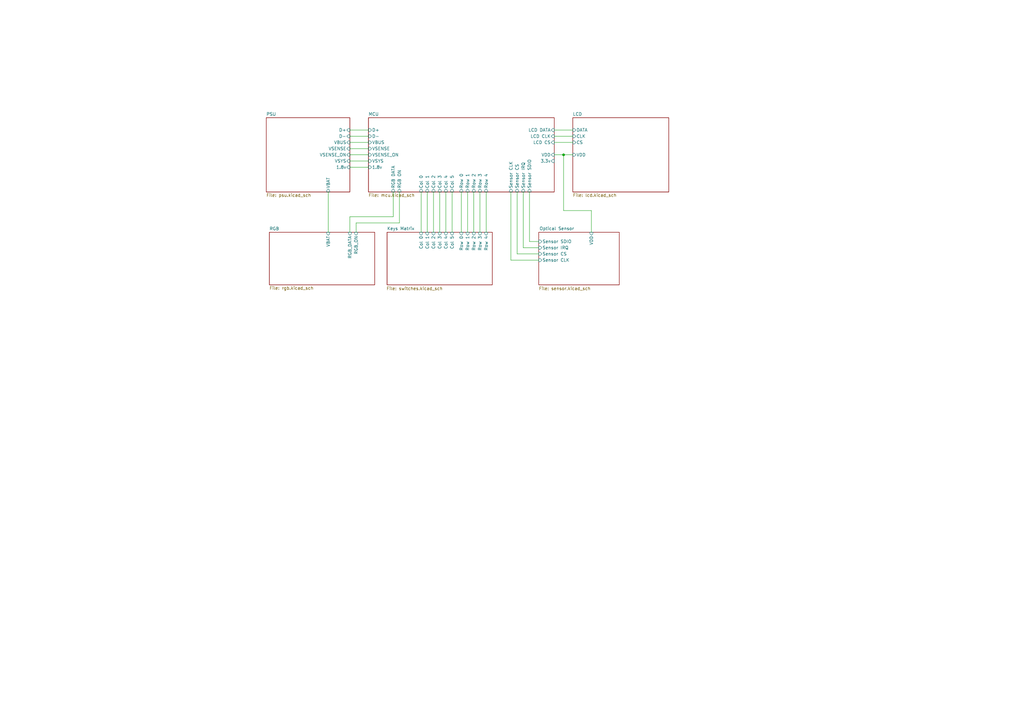
<source format=kicad_sch>
(kicad_sch
	(version 20250114)
	(generator "eeschema")
	(generator_version "9.0")
	(uuid "3a835e6f-a660-4b38-a102-87841cdd95ed")
	(paper "A3")
	(lib_symbols)
	(text "TMR: (10 x 48 s/kOhm) * 47 kOhm = 22560s = 6.27h\nILIM: 1550 AOhm / 1500 Ohm = 1.03 A = 1030 mA\nISET: 890 AOhm / 3900 Ohm = 0.228 A = 230 mA\nEN1: 1, EN2: 0 = 475 mA MAX\nTS: 10 kOhm to GND = no OTP"
		(exclude_from_sim no)
		(at 100.076 -18.034 0)
		(effects
			(font
				(size 1.27 1.27)
			)
			(justify left bottom)
		)
		(uuid "8426c9b7-d062-43a6-9e4b-fe5c1216995a")
	)
	(junction
		(at 231.14 63.5)
		(diameter 0)
		(color 0 0 0 0)
		(uuid "3f400c67-f128-4e20-acc7-8757116df0e4")
	)
	(wire
		(pts
			(xy 163.83 91.44) (xy 146.05 91.44)
		)
		(stroke
			(width 0)
			(type default)
		)
		(uuid "02aaa6f3-b250-4432-a802-46ac4c2dc20b")
	)
	(wire
		(pts
			(xy 191.77 78.74) (xy 191.77 95.25)
		)
		(stroke
			(width 0)
			(type default)
		)
		(uuid "0d12c318-81d4-4adc-b658-5a74380f8a99")
	)
	(wire
		(pts
			(xy 196.85 78.74) (xy 196.85 95.25)
		)
		(stroke
			(width 0)
			(type default)
		)
		(uuid "15671cb4-7c44-478c-b0c9-7253ce739017")
	)
	(wire
		(pts
			(xy 175.26 78.74) (xy 175.26 95.25)
		)
		(stroke
			(width 0)
			(type default)
		)
		(uuid "15df2783-f66f-4c65-821f-9e267268e51e")
	)
	(wire
		(pts
			(xy 242.57 95.25) (xy 242.57 86.36)
		)
		(stroke
			(width 0)
			(type default)
		)
		(uuid "1636ab22-ba10-4a07-b10d-1b79fdcd7768")
	)
	(wire
		(pts
			(xy 227.33 63.5) (xy 231.14 63.5)
		)
		(stroke
			(width 0)
			(type default)
		)
		(uuid "17869e87-2f24-4738-bc0e-c81edd6ea775")
	)
	(wire
		(pts
			(xy 143.51 88.9) (xy 161.29 88.9)
		)
		(stroke
			(width 0)
			(type default)
		)
		(uuid "1aed161d-39e6-4ecd-af0e-75d01be6557b")
	)
	(wire
		(pts
			(xy 217.17 78.74) (xy 217.17 99.06)
		)
		(stroke
			(width 0)
			(type default)
		)
		(uuid "1db1092f-20b4-4ab6-8c61-b879748ed215")
	)
	(wire
		(pts
			(xy 189.23 78.74) (xy 189.23 95.25)
		)
		(stroke
			(width 0)
			(type default)
		)
		(uuid "1ea293e8-f3cc-493c-a8ee-fd02c32fe058")
	)
	(wire
		(pts
			(xy 231.14 63.5) (xy 234.95 63.5)
		)
		(stroke
			(width 0)
			(type default)
		)
		(uuid "29a2d8f3-306d-4eb3-b5ab-c4d236576136")
	)
	(wire
		(pts
			(xy 143.51 60.96) (xy 151.13 60.96)
		)
		(stroke
			(width 0)
			(type default)
		)
		(uuid "2ad197b4-20df-4e89-aa0f-dbe4786a4e35")
	)
	(wire
		(pts
			(xy 227.33 53.34) (xy 234.95 53.34)
		)
		(stroke
			(width 0)
			(type default)
		)
		(uuid "3a88298b-c3c3-479f-899e-1d7cfa42b9a0")
	)
	(wire
		(pts
			(xy 214.63 101.6) (xy 220.98 101.6)
		)
		(stroke
			(width 0)
			(type default)
		)
		(uuid "3b1307d9-bb53-4b1c-b87f-30025322cbb9")
	)
	(wire
		(pts
			(xy 227.33 58.42) (xy 234.95 58.42)
		)
		(stroke
			(width 0)
			(type default)
		)
		(uuid "406f8bda-bdd4-46cb-9f2a-1a595a4a2dc0")
	)
	(wire
		(pts
			(xy 161.29 88.9) (xy 161.29 78.74)
		)
		(stroke
			(width 0)
			(type default)
		)
		(uuid "40e5d39d-03aa-4382-b25a-99b1ff1a00bf")
	)
	(wire
		(pts
			(xy 143.51 95.25) (xy 143.51 88.9)
		)
		(stroke
			(width 0)
			(type default)
		)
		(uuid "4e653ba3-ebd5-434a-9fe6-7571cc4f250a")
	)
	(wire
		(pts
			(xy 143.51 53.34) (xy 151.13 53.34)
		)
		(stroke
			(width 0)
			(type default)
		)
		(uuid "4eb6a526-710c-49d0-9b1c-18591835b43b")
	)
	(wire
		(pts
			(xy 209.55 78.74) (xy 209.55 106.68)
		)
		(stroke
			(width 0)
			(type default)
		)
		(uuid "59412ac9-a56a-47c8-94d3-5ead8f63b1f1")
	)
	(wire
		(pts
			(xy 185.42 78.74) (xy 185.42 95.25)
		)
		(stroke
			(width 0)
			(type default)
		)
		(uuid "5e75d9e6-c577-4ab8-8322-ce2b9a62676f")
	)
	(wire
		(pts
			(xy 143.51 66.04) (xy 151.13 66.04)
		)
		(stroke
			(width 0)
			(type default)
		)
		(uuid "65217483-a94f-47c0-a774-3ec0f7383d8a")
	)
	(wire
		(pts
			(xy 199.39 78.74) (xy 199.39 95.25)
		)
		(stroke
			(width 0)
			(type default)
		)
		(uuid "67f06313-9d0e-4751-80af-6b938e60423f")
	)
	(wire
		(pts
			(xy 146.05 91.44) (xy 146.05 95.25)
		)
		(stroke
			(width 0)
			(type default)
		)
		(uuid "7b6a9f0d-e565-4271-a099-8dcec0b1896b")
	)
	(wire
		(pts
			(xy 217.17 99.06) (xy 220.98 99.06)
		)
		(stroke
			(width 0)
			(type default)
		)
		(uuid "84080f76-2b6b-4349-bd51-a5bb6d9efb3e")
	)
	(wire
		(pts
			(xy 163.83 78.74) (xy 163.83 91.44)
		)
		(stroke
			(width 0)
			(type default)
		)
		(uuid "8757b7c6-1643-4045-9765-da877ea457ae")
	)
	(wire
		(pts
			(xy 214.63 78.74) (xy 214.63 101.6)
		)
		(stroke
			(width 0)
			(type default)
		)
		(uuid "923eaa6f-1f9f-4f30-a298-c33bdf4941b0")
	)
	(wire
		(pts
			(xy 212.09 78.74) (xy 212.09 104.14)
		)
		(stroke
			(width 0)
			(type default)
		)
		(uuid "96cec483-d481-483f-b108-b0e65cff30ed")
	)
	(wire
		(pts
			(xy 143.51 58.42) (xy 151.13 58.42)
		)
		(stroke
			(width 0)
			(type default)
		)
		(uuid "9c03b70e-a954-465b-8001-83310d6326eb")
	)
	(wire
		(pts
			(xy 177.8 78.74) (xy 177.8 95.25)
		)
		(stroke
			(width 0)
			(type default)
		)
		(uuid "9da85930-00b8-4066-86a2-1b679ab938f6")
	)
	(wire
		(pts
			(xy 212.09 104.14) (xy 220.98 104.14)
		)
		(stroke
			(width 0)
			(type default)
		)
		(uuid "9f95ceed-419b-4de0-84cc-9d5b0a32b4f8")
	)
	(wire
		(pts
			(xy 194.31 78.74) (xy 194.31 95.25)
		)
		(stroke
			(width 0)
			(type default)
		)
		(uuid "a4552d5d-b0aa-40c4-8896-905e47f915e7")
	)
	(wire
		(pts
			(xy 231.14 86.36) (xy 231.14 63.5)
		)
		(stroke
			(width 0)
			(type default)
		)
		(uuid "a4ce76d8-7281-4eaa-8ea4-a9403ab2bac3")
	)
	(wire
		(pts
			(xy 227.33 55.88) (xy 234.95 55.88)
		)
		(stroke
			(width 0)
			(type default)
		)
		(uuid "a566531c-095b-4859-b4c5-03489027d747")
	)
	(wire
		(pts
			(xy 209.55 106.68) (xy 220.98 106.68)
		)
		(stroke
			(width 0)
			(type default)
		)
		(uuid "bcf0918d-fcfc-4f7d-bc31-a3e796bec945")
	)
	(wire
		(pts
			(xy 182.88 78.74) (xy 182.88 95.25)
		)
		(stroke
			(width 0)
			(type default)
		)
		(uuid "cf68a519-8a71-4d98-9fbf-c4496e2e02c3")
	)
	(wire
		(pts
			(xy 143.51 63.5) (xy 151.13 63.5)
		)
		(stroke
			(width 0)
			(type default)
		)
		(uuid "d001cebd-6f33-46d6-95bb-34c9a3c04a1c")
	)
	(wire
		(pts
			(xy 134.62 78.74) (xy 134.62 95.25)
		)
		(stroke
			(width 0)
			(type default)
		)
		(uuid "dc632ed7-cbf6-4653-b184-dc170d3699d2")
	)
	(wire
		(pts
			(xy 172.72 78.74) (xy 172.72 95.25)
		)
		(stroke
			(width 0)
			(type default)
		)
		(uuid "ee5f71e5-4b80-4ee6-9e38-b490ef278119")
	)
	(wire
		(pts
			(xy 242.57 86.36) (xy 231.14 86.36)
		)
		(stroke
			(width 0)
			(type default)
		)
		(uuid "f25608bf-2c92-43b0-8390-152e4e5cc148")
	)
	(wire
		(pts
			(xy 180.34 78.74) (xy 180.34 95.25)
		)
		(stroke
			(width 0)
			(type default)
		)
		(uuid "f48ae9c7-fdb8-4552-9f0d-e4fb3d76181a")
	)
	(wire
		(pts
			(xy 143.51 68.58) (xy 151.13 68.58)
		)
		(stroke
			(width 0)
			(type default)
		)
		(uuid "f8076cd3-689a-475b-bd5c-1722b9be1a7d")
	)
	(wire
		(pts
			(xy 143.51 55.88) (xy 151.13 55.88)
		)
		(stroke
			(width 0)
			(type default)
		)
		(uuid "fe000c58-217c-4f6f-93c0-216349abd34e")
	)
	(sheet
		(at 151.13 48.26)
		(size 76.2 30.48)
		(exclude_from_sim no)
		(in_bom yes)
		(on_board yes)
		(dnp no)
		(fields_autoplaced yes)
		(stroke
			(width 0.1524)
			(type solid)
		)
		(fill
			(color 0 0 0 0.0000)
		)
		(uuid "5bb1d2f7-c8fd-447b-99e1-d61ef924696c")
		(property "Sheetname" "MCU"
			(at 151.13 47.5484 0)
			(effects
				(font
					(size 1.27 1.27)
				)
				(justify left bottom)
			)
		)
		(property "Sheetfile" "mcu.kicad_sch"
			(at 151.13 79.3246 0)
			(effects
				(font
					(size 1.27 1.27)
				)
				(justify left top)
			)
		)
		(pin "Col 0" input
			(at 172.72 78.74 270)
			(uuid "8e2e1e1a-6cff-4235-a641-03fe77dc9394")
			(effects
				(font
					(size 1.27 1.27)
				)
				(justify left)
			)
		)
		(pin "Col 1" input
			(at 175.26 78.74 270)
			(uuid "0c74be40-0ff1-4880-bafc-7aba5282f722")
			(effects
				(font
					(size 1.27 1.27)
				)
				(justify left)
			)
		)
		(pin "Col 2" input
			(at 177.8 78.74 270)
			(uuid "3fad5680-a4fb-4864-8257-81d2913a3ee8")
			(effects
				(font
					(size 1.27 1.27)
				)
				(justify left)
			)
		)
		(pin "Col 3" input
			(at 180.34 78.74 270)
			(uuid "b2a346b3-c0b7-48e0-82c3-cbdebd06bd7c")
			(effects
				(font
					(size 1.27 1.27)
				)
				(justify left)
			)
		)
		(pin "Col 4" input
			(at 182.88 78.74 270)
			(uuid "12514b78-2892-4aae-bcb6-99ec09202175")
			(effects
				(font
					(size 1.27 1.27)
				)
				(justify left)
			)
		)
		(pin "Col 5" input
			(at 185.42 78.74 270)
			(uuid "a144df78-52ec-4b46-84c6-dc51ef8317bf")
			(effects
				(font
					(size 1.27 1.27)
				)
				(justify left)
			)
		)
		(pin "D+" input
			(at 151.13 53.34 180)
			(uuid "65548963-fe53-401f-ae83-84da14d4b9f9")
			(effects
				(font
					(size 1.27 1.27)
				)
				(justify left)
			)
		)
		(pin "D-" input
			(at 151.13 55.88 180)
			(uuid "842ce1a4-2310-498b-9287-867a42168e22")
			(effects
				(font
					(size 1.27 1.27)
				)
				(justify left)
			)
		)
		(pin "LCD CLK" input
			(at 227.33 55.88 0)
			(uuid "17423e43-df0a-48e8-b196-ee5e25a02798")
			(effects
				(font
					(size 1.27 1.27)
				)
				(justify right)
			)
		)
		(pin "LCD CS" input
			(at 227.33 58.42 0)
			(uuid "865b5d27-06c1-4975-8911-30f4a1999c0b")
			(effects
				(font
					(size 1.27 1.27)
				)
				(justify right)
			)
		)
		(pin "LCD DATA" input
			(at 227.33 53.34 0)
			(uuid "c24a5a17-7466-4855-9f56-1957229e0e5d")
			(effects
				(font
					(size 1.27 1.27)
				)
				(justify right)
			)
		)
		(pin "RGB DATA" input
			(at 161.29 78.74 270)
			(uuid "06b5f1d0-6ef4-4758-a139-ee3eecd7a195")
			(effects
				(font
					(size 1.27 1.27)
				)
				(justify left)
			)
		)
		(pin "RGB ON" input
			(at 163.83 78.74 270)
			(uuid "e105a7ff-9488-4dc6-9cd5-a9b2d98865cc")
			(effects
				(font
					(size 1.27 1.27)
				)
				(justify left)
			)
		)
		(pin "Row 0" input
			(at 189.23 78.74 270)
			(uuid "0b124e07-0ca8-4d45-92b7-279400b3adaa")
			(effects
				(font
					(size 1.27 1.27)
				)
				(justify left)
			)
		)
		(pin "Row 1" input
			(at 191.77 78.74 270)
			(uuid "41546516-b490-438d-9552-517dd27fcbb1")
			(effects
				(font
					(size 1.27 1.27)
				)
				(justify left)
			)
		)
		(pin "Row 2" input
			(at 194.31 78.74 270)
			(uuid "0011ca06-926a-4693-9754-dd4d65ae44f8")
			(effects
				(font
					(size 1.27 1.27)
				)
				(justify left)
			)
		)
		(pin "Row 3" input
			(at 196.85 78.74 270)
			(uuid "ae79ab92-36d1-4537-98c3-47e1ea12230d")
			(effects
				(font
					(size 1.27 1.27)
				)
				(justify left)
			)
		)
		(pin "Row 4" input
			(at 199.39 78.74 270)
			(uuid "bcde0218-7c8d-4f67-979a-d59dcba22cc6")
			(effects
				(font
					(size 1.27 1.27)
				)
				(justify left)
			)
		)
		(pin "Sensor CLK" input
			(at 209.55 78.74 270)
			(uuid "3697856f-8a6a-4980-be64-dbb43da6df44")
			(effects
				(font
					(size 1.27 1.27)
				)
				(justify left)
			)
		)
		(pin "Sensor CS" input
			(at 212.09 78.74 270)
			(uuid "076ddb91-afa2-487a-aafb-5390a0223a45")
			(effects
				(font
					(size 1.27 1.27)
				)
				(justify left)
			)
		)
		(pin "Sensor IRQ" input
			(at 214.63 78.74 270)
			(uuid "8bb89b52-d8eb-4473-8040-9b9fc9eee8b0")
			(effects
				(font
					(size 1.27 1.27)
				)
				(justify left)
			)
		)
		(pin "Sensor SDIO" input
			(at 217.17 78.74 270)
			(uuid "6e2bee1b-90c7-438b-aca2-4d52c15ef3b4")
			(effects
				(font
					(size 1.27 1.27)
				)
				(justify left)
			)
		)
		(pin "VBUS" input
			(at 151.13 58.42 180)
			(uuid "4490c272-ef35-4f17-b78b-b34fd5ee4f76")
			(effects
				(font
					(size 1.27 1.27)
				)
				(justify left)
			)
		)
		(pin "VDD" input
			(at 227.33 63.5 0)
			(uuid "a3ff30f4-f7c0-4283-8b9e-bd06501e8426")
			(effects
				(font
					(size 1.27 1.27)
				)
				(justify right)
			)
		)
		(pin "VSENSE" input
			(at 151.13 60.96 180)
			(uuid "28b684ed-d83f-413a-be71-4f5779f10692")
			(effects
				(font
					(size 1.27 1.27)
				)
				(justify left)
			)
		)
		(pin "VSYS" input
			(at 151.13 66.04 180)
			(uuid "96d7b0d7-6880-4918-8879-0889dc431b44")
			(effects
				(font
					(size 1.27 1.27)
				)
				(justify left)
			)
		)
		(pin "1.8v" input
			(at 151.13 68.58 180)
			(uuid "b4ac4b5b-90c7-412d-8559-d409c42640b8")
			(effects
				(font
					(size 1.27 1.27)
				)
				(justify left)
			)
		)
		(pin "3.3v" input
			(at 227.33 66.04 0)
			(uuid "28dec651-b27e-4312-bcbb-916b5a351862")
			(effects
				(font
					(size 1.27 1.27)
				)
				(justify right)
			)
		)
		(pin "VSENSE_ON" input
			(at 151.13 63.5 180)
			(uuid "26f5b1cb-4baf-499a-acf9-a4fd4733a4f2")
			(effects
				(font
					(size 1.27 1.27)
				)
				(justify left)
			)
		)
		(instances
			(project "plan-b"
				(path "/3a835e6f-a660-4b38-a102-87841cdd95ed"
					(page "2")
				)
			)
		)
	)
	(sheet
		(at 110.49 95.25)
		(size 43.18 21.59)
		(exclude_from_sim no)
		(in_bom yes)
		(on_board yes)
		(dnp no)
		(fields_autoplaced yes)
		(stroke
			(width 0.1524)
			(type solid)
		)
		(fill
			(color 0 0 0 0.0000)
		)
		(uuid "95df33f4-bbca-475a-b4f9-9e753f1a5f8c")
		(property "Sheetname" "RGB"
			(at 110.49 94.5384 0)
			(effects
				(font
					(size 1.27 1.27)
				)
				(justify left bottom)
			)
		)
		(property "Sheetfile" "rgb.kicad_sch"
			(at 110.49 117.4246 0)
			(effects
				(font
					(size 1.27 1.27)
				)
				(justify left top)
			)
		)
		(pin "RGB_DATA" input
			(at 143.51 95.25 90)
			(uuid "d49d015f-66bc-4099-9464-224fb48e2591")
			(effects
				(font
					(size 1.27 1.27)
				)
				(justify right)
			)
		)
		(pin "RGB_ON" input
			(at 146.05 95.25 90)
			(uuid "28066a55-a04e-42c6-9a27-b39106986e9a")
			(effects
				(font
					(size 1.27 1.27)
				)
				(justify right)
			)
		)
		(pin "VBAT" input
			(at 134.62 95.25 90)
			(uuid "6e383b02-e4ea-4240-a76e-59a40d92663e")
			(effects
				(font
					(size 1.27 1.27)
				)
				(justify right)
			)
		)
		(instances
			(project "plan-b"
				(path "/3a835e6f-a660-4b38-a102-87841cdd95ed"
					(page "5")
				)
			)
		)
	)
	(sheet
		(at 109.22 48.26)
		(size 34.29 30.48)
		(exclude_from_sim no)
		(in_bom yes)
		(on_board yes)
		(dnp no)
		(fields_autoplaced yes)
		(stroke
			(width 0.1524)
			(type solid)
		)
		(fill
			(color 0 0 0 0.0000)
		)
		(uuid "9c2573bf-1407-4545-8610-25cf55ee3ffc")
		(property "Sheetname" "PSU"
			(at 109.22 47.5484 0)
			(effects
				(font
					(size 1.27 1.27)
				)
				(justify left bottom)
			)
		)
		(property "Sheetfile" "psu.kicad_sch"
			(at 109.22 79.3246 0)
			(effects
				(font
					(size 1.27 1.27)
				)
				(justify left top)
			)
		)
		(pin "D+" input
			(at 143.51 53.34 0)
			(uuid "b8a56885-32e2-4382-85a3-f37bdd02af42")
			(effects
				(font
					(size 1.27 1.27)
				)
				(justify right)
			)
		)
		(pin "D-" input
			(at 143.51 55.88 0)
			(uuid "20d9318b-9bc4-492b-9163-60e4215e4869")
			(effects
				(font
					(size 1.27 1.27)
				)
				(justify right)
			)
		)
		(pin "VBUS" input
			(at 143.51 58.42 0)
			(uuid "5b2fe7f9-d1d9-4301-990c-35d99cad4042")
			(effects
				(font
					(size 1.27 1.27)
				)
				(justify right)
			)
		)
		(pin "VSENSE" input
			(at 143.51 60.96 0)
			(uuid "225785ba-06f5-43d4-9330-a06f8065cc1e")
			(effects
				(font
					(size 1.27 1.27)
				)
				(justify right)
			)
		)
		(pin "VSYS" input
			(at 143.51 66.04 0)
			(uuid "e2f07096-fa6b-44d3-b16c-e4017e6869a6")
			(effects
				(font
					(size 1.27 1.27)
				)
				(justify right)
			)
		)
		(pin "VBAT" input
			(at 134.62 78.74 270)
			(uuid "a2bb4043-8f1b-46bd-b730-fecde2bd9efb")
			(effects
				(font
					(size 1.27 1.27)
				)
				(justify left)
			)
		)
		(pin "1.8v" input
			(at 143.51 68.58 0)
			(uuid "5c4a4167-12a3-4a04-9ebb-746d14d6d5f1")
			(effects
				(font
					(size 1.27 1.27)
				)
				(justify right)
			)
		)
		(pin "VSENSE_ON" input
			(at 143.51 63.5 0)
			(uuid "4acd3224-4786-4938-b9db-25a4d39380cf")
			(effects
				(font
					(size 1.27 1.27)
				)
				(justify right)
			)
		)
		(instances
			(project "plan-b"
				(path "/3a835e6f-a660-4b38-a102-87841cdd95ed"
					(page "3")
				)
			)
		)
	)
	(sheet
		(at 220.98 95.25)
		(size 33.02 21.59)
		(exclude_from_sim no)
		(in_bom yes)
		(on_board yes)
		(dnp no)
		(stroke
			(width 0.1524)
			(type solid)
		)
		(fill
			(color 0 0 0 0.0000)
		)
		(uuid "ad95ea7c-7575-44c2-8b98-616af50ac5d2")
		(property "Sheetname" "Optical Sensor"
			(at 221.234 94.488 0)
			(effects
				(font
					(size 1.27 1.27)
				)
				(justify left bottom)
			)
		)
		(property "Sheetfile" "sensor.kicad_sch"
			(at 220.98 117.602 0)
			(effects
				(font
					(size 1.27 1.27)
				)
				(justify left top)
			)
		)
		(pin "Sensor CLK" input
			(at 220.98 106.68 180)
			(uuid "963dd11f-a668-410d-99b8-9ad3d18ef8c8")
			(effects
				(font
					(size 1.27 1.27)
				)
				(justify left)
			)
		)
		(pin "Sensor CS" input
			(at 220.98 104.14 180)
			(uuid "cfc34ff1-77e6-4323-a9b6-87b739775a36")
			(effects
				(font
					(size 1.27 1.27)
				)
				(justify left)
			)
		)
		(pin "Sensor IRQ" input
			(at 220.98 101.6 180)
			(uuid "3b632663-97a9-40a5-91c0-1f3d6318acff")
			(effects
				(font
					(size 1.27 1.27)
				)
				(justify left)
			)
		)
		(pin "Sensor SDIO" input
			(at 220.98 99.06 180)
			(uuid "79cffe6f-01d1-405a-87d3-194112a71244")
			(effects
				(font
					(size 1.27 1.27)
				)
				(justify left)
			)
		)
		(pin "VDD" input
			(at 242.57 95.25 90)
			(uuid "f8eeef38-ac94-4e5a-aa44-223d3b4c4ecf")
			(effects
				(font
					(size 1.27 1.27)
				)
				(justify right)
			)
		)
		(instances
			(project "plan-b"
				(path "/3a835e6f-a660-4b38-a102-87841cdd95ed"
					(page "6")
				)
			)
		)
	)
	(sheet
		(at 234.95 48.26)
		(size 39.37 30.48)
		(exclude_from_sim no)
		(in_bom yes)
		(on_board yes)
		(dnp no)
		(fields_autoplaced yes)
		(stroke
			(width 0.1524)
			(type solid)
		)
		(fill
			(color 0 0 0 0.0000)
		)
		(uuid "b0276edc-405b-4bb7-82c6-e92bf3a0b9f9")
		(property "Sheetname" "LCD"
			(at 234.95 47.5484 0)
			(effects
				(font
					(size 1.27 1.27)
				)
				(justify left bottom)
			)
		)
		(property "Sheetfile" "lcd.kicad_sch"
			(at 234.95 79.3246 0)
			(effects
				(font
					(size 1.27 1.27)
				)
				(justify left top)
			)
		)
		(pin "CLK" input
			(at 234.95 55.88 180)
			(uuid "1f14064c-1e95-47a4-9979-8eff6b1a9688")
			(effects
				(font
					(size 1.27 1.27)
				)
				(justify left)
			)
		)
		(pin "CS" input
			(at 234.95 58.42 180)
			(uuid "91fa7c02-d91e-4cb7-a4a9-c7841cbcc245")
			(effects
				(font
					(size 1.27 1.27)
				)
				(justify left)
			)
		)
		(pin "DATA" input
			(at 234.95 53.34 180)
			(uuid "05950544-3032-4ca7-884c-b966156f4e26")
			(effects
				(font
					(size 1.27 1.27)
				)
				(justify left)
			)
		)
		(pin "VDD" input
			(at 234.95 63.5 180)
			(uuid "54a0e1e3-8af2-4194-af80-91dd838abd77")
			(effects
				(font
					(size 1.27 1.27)
				)
				(justify left)
			)
		)
		(instances
			(project "plan-b"
				(path "/3a835e6f-a660-4b38-a102-87841cdd95ed"
					(page "4")
				)
			)
		)
	)
	(sheet
		(at 158.75 95.25)
		(size 43.18 21.59)
		(exclude_from_sim no)
		(in_bom yes)
		(on_board yes)
		(dnp no)
		(stroke
			(width 0.1524)
			(type solid)
		)
		(fill
			(color 0 0 0 0.0000)
		)
		(uuid "b44f10e9-a4fa-4047-99c1-7cdd99fdfcc6")
		(property "Sheetname" "Keys Matrix"
			(at 158.75 94.488 0)
			(effects
				(font
					(size 1.27 1.27)
				)
				(justify left bottom)
			)
		)
		(property "Sheetfile" "switches.kicad_sch"
			(at 158.496 117.602 0)
			(effects
				(font
					(size 1.27 1.27)
				)
				(justify left top)
			)
		)
		(pin "Col 0" input
			(at 172.72 95.25 90)
			(uuid "a223d6e0-6a61-48f7-89a4-dd6aa432daba")
			(effects
				(font
					(size 1.27 1.27)
				)
				(justify right)
			)
		)
		(pin "Col 3" input
			(at 180.34 95.25 90)
			(uuid "b9b91ec0-2891-491b-9d28-12a506718db8")
			(effects
				(font
					(size 1.27 1.27)
				)
				(justify right)
			)
		)
		(pin "Col 1" input
			(at 175.26 95.25 90)
			(uuid "e45d068c-2c5d-469b-a79a-49e4cedbd421")
			(effects
				(font
					(size 1.27 1.27)
				)
				(justify right)
			)
		)
		(pin "Row 4" input
			(at 199.39 95.25 90)
			(uuid "74650765-eab3-4e73-9251-7b74be6805fd")
			(effects
				(font
					(size 1.27 1.27)
				)
				(justify right)
			)
		)
		(pin "Col 4" input
			(at 182.88 95.25 90)
			(uuid "40728696-d74c-4dcc-8ef9-a5fae7a774ad")
			(effects
				(font
					(size 1.27 1.27)
				)
				(justify right)
			)
		)
		(pin "Row 2" input
			(at 194.31 95.25 90)
			(uuid "e0d6b44f-c91e-49cd-b9e3-80fcb77c7f92")
			(effects
				(font
					(size 1.27 1.27)
				)
				(justify right)
			)
		)
		(pin "Row 1" input
			(at 191.77 95.25 90)
			(uuid "73b18db2-9d91-4117-aa79-6ca6a7b04773")
			(effects
				(font
					(size 1.27 1.27)
				)
				(justify right)
			)
		)
		(pin "Col 5" input
			(at 185.42 95.25 90)
			(uuid "8c1d499d-1df0-4087-8780-fc497e44d7c7")
			(effects
				(font
					(size 1.27 1.27)
				)
				(justify right)
			)
		)
		(pin "Row 0" input
			(at 189.23 95.25 90)
			(uuid "797a084a-24db-460f-aaff-a961dd243660")
			(effects
				(font
					(size 1.27 1.27)
				)
				(justify right)
			)
		)
		(pin "Col 2" input
			(at 177.8 95.25 90)
			(uuid "0466aa00-518d-4e6a-8b90-4254f51e2efa")
			(effects
				(font
					(size 1.27 1.27)
				)
				(justify right)
			)
		)
		(pin "Row 3" input
			(at 196.85 95.25 90)
			(uuid "4a7812d7-2421-4d9a-a53e-519da3d97990")
			(effects
				(font
					(size 1.27 1.27)
				)
				(justify right)
			)
		)
		(instances
			(project "plan-b"
				(path "/3a835e6f-a660-4b38-a102-87841cdd95ed"
					(page "7")
				)
			)
		)
	)
	(sheet_instances
		(path "/"
			(page "1")
		)
	)
	(embedded_fonts no)
)

</source>
